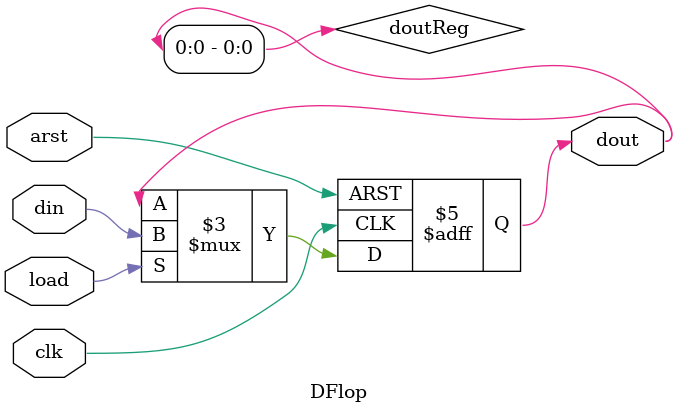
<source format=v>
/*--  *******************************************************
--  Computer Architecture Course, Laboratory Sources 
--  Amirkabir University of Technology (Tehran Polytechnic)
--  Department of Computer Engineering (CE-AUT)
--  https://ce[dot]aut[dot]ac[dot]ir
--  *******************************************************
--  All Rights reserved (C) 2019-2020
--  *******************************************************
--  Student ID  : 
--  Student Name: 
--  Student Mail: 
--  *******************************************************
--  Additional Comments:
--
--*/

/*-----------------------------------------------------------
---  Module Name: Light Dance
---  Description: Module5:
-----------------------------------------------------------*/
`timescale 1 ns/1 ns

module DFlop (
	input  arst  , // async reset
	input  clk   , // clock posedge
	input  din   , // data  in
	input  load  , // data  load 
	output dout    // data  out
);

	reg[34:0] doutReg;
	assign dout = doutReg;
	
	always@(posedge clk or posedge arst)
     begin
	
			if(arst)  dout = 1'b0;
				
				
			else
	   
		
					if(load)  dout = din;
			
					
		end
	
	




endmodule

</source>
